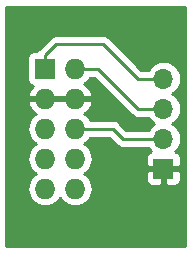
<source format=gbr>
G04 #@! TF.GenerationSoftware,KiCad,Pcbnew,5.1.4-e60b266~84~ubuntu18.04.1*
G04 #@! TF.CreationDate,2019-10-28T16:04:40+08:00*
G04 #@! TF.ProjectId,ST-Adapt,53542d41-6461-4707-942e-6b696361645f,rev?*
G04 #@! TF.SameCoordinates,Original*
G04 #@! TF.FileFunction,Copper,L2,Bot*
G04 #@! TF.FilePolarity,Positive*
%FSLAX46Y46*%
G04 Gerber Fmt 4.6, Leading zero omitted, Abs format (unit mm)*
G04 Created by KiCad (PCBNEW 5.1.4-e60b266~84~ubuntu18.04.1) date 2019-10-28 16:04:40*
%MOMM*%
%LPD*%
G04 APERTURE LIST*
%ADD10O,1.727200X1.727200*%
%ADD11R,1.727200X1.727200*%
%ADD12O,1.700000X1.700000*%
%ADD13R,1.700000X1.700000*%
%ADD14C,0.250000*%
%ADD15C,0.254000*%
G04 APERTURE END LIST*
D10*
X141115000Y-96676000D03*
X138575000Y-96676000D03*
X141115000Y-94136000D03*
X138575000Y-94136000D03*
X141115000Y-91596000D03*
X138575000Y-91596000D03*
X141115000Y-89056000D03*
X138575000Y-89056000D03*
X141115000Y-86516000D03*
D11*
X138575000Y-86516000D03*
D12*
X148590000Y-87376000D03*
X148590000Y-89916000D03*
X148590000Y-92456000D03*
D13*
X148590000Y-94996000D03*
D14*
X146431000Y-87376000D02*
X148590000Y-87376000D01*
X143510000Y-84455000D02*
X146431000Y-87376000D01*
X139522400Y-84455000D02*
X143510000Y-84455000D01*
X138575000Y-86516000D02*
X138575000Y-85402400D01*
X138575000Y-85402400D02*
X139522400Y-84455000D01*
X146431000Y-89916000D02*
X148590000Y-89916000D01*
X141115000Y-86516000D02*
X143031000Y-86516000D01*
X143031000Y-86516000D02*
X146431000Y-89916000D01*
X141115000Y-91596000D02*
X144301000Y-91596000D01*
X145161000Y-92456000D02*
X148590000Y-92456000D01*
X144301000Y-91596000D02*
X145161000Y-92456000D01*
D15*
G36*
X150470001Y-101575000D02*
G01*
X135280000Y-101575000D01*
X135280000Y-91596000D01*
X137069149Y-91596000D01*
X137098084Y-91889777D01*
X137183775Y-92172264D01*
X137322931Y-92432606D01*
X137510203Y-92660797D01*
X137738394Y-92848069D01*
X137771940Y-92866000D01*
X137738394Y-92883931D01*
X137510203Y-93071203D01*
X137322931Y-93299394D01*
X137183775Y-93559736D01*
X137098084Y-93842223D01*
X137069149Y-94136000D01*
X137098084Y-94429777D01*
X137183775Y-94712264D01*
X137322931Y-94972606D01*
X137510203Y-95200797D01*
X137738394Y-95388069D01*
X137771940Y-95406000D01*
X137738394Y-95423931D01*
X137510203Y-95611203D01*
X137322931Y-95839394D01*
X137183775Y-96099736D01*
X137098084Y-96382223D01*
X137069149Y-96676000D01*
X137098084Y-96969777D01*
X137183775Y-97252264D01*
X137322931Y-97512606D01*
X137510203Y-97740797D01*
X137738394Y-97928069D01*
X137998736Y-98067225D01*
X138281223Y-98152916D01*
X138501381Y-98174600D01*
X138648619Y-98174600D01*
X138868777Y-98152916D01*
X139151264Y-98067225D01*
X139411606Y-97928069D01*
X139639797Y-97740797D01*
X139827069Y-97512606D01*
X139845000Y-97479060D01*
X139862931Y-97512606D01*
X140050203Y-97740797D01*
X140278394Y-97928069D01*
X140538736Y-98067225D01*
X140821223Y-98152916D01*
X141041381Y-98174600D01*
X141188619Y-98174600D01*
X141408777Y-98152916D01*
X141691264Y-98067225D01*
X141951606Y-97928069D01*
X142179797Y-97740797D01*
X142367069Y-97512606D01*
X142506225Y-97252264D01*
X142591916Y-96969777D01*
X142620851Y-96676000D01*
X142591916Y-96382223D01*
X142506225Y-96099736D01*
X142370600Y-95846000D01*
X147101928Y-95846000D01*
X147114188Y-95970482D01*
X147150498Y-96090180D01*
X147209463Y-96200494D01*
X147288815Y-96297185D01*
X147385506Y-96376537D01*
X147495820Y-96435502D01*
X147615518Y-96471812D01*
X147740000Y-96484072D01*
X148304250Y-96481000D01*
X148463000Y-96322250D01*
X148463000Y-95123000D01*
X148717000Y-95123000D01*
X148717000Y-96322250D01*
X148875750Y-96481000D01*
X149440000Y-96484072D01*
X149564482Y-96471812D01*
X149684180Y-96435502D01*
X149794494Y-96376537D01*
X149891185Y-96297185D01*
X149970537Y-96200494D01*
X150029502Y-96090180D01*
X150065812Y-95970482D01*
X150078072Y-95846000D01*
X150075000Y-95281750D01*
X149916250Y-95123000D01*
X148717000Y-95123000D01*
X148463000Y-95123000D01*
X147263750Y-95123000D01*
X147105000Y-95281750D01*
X147101928Y-95846000D01*
X142370600Y-95846000D01*
X142367069Y-95839394D01*
X142179797Y-95611203D01*
X141951606Y-95423931D01*
X141918060Y-95406000D01*
X141951606Y-95388069D01*
X142179797Y-95200797D01*
X142367069Y-94972606D01*
X142506225Y-94712264D01*
X142591916Y-94429777D01*
X142620851Y-94136000D01*
X142591916Y-93842223D01*
X142506225Y-93559736D01*
X142367069Y-93299394D01*
X142179797Y-93071203D01*
X141951606Y-92883931D01*
X141918060Y-92866000D01*
X141951606Y-92848069D01*
X142179797Y-92660797D01*
X142367069Y-92432606D01*
X142408016Y-92356000D01*
X143986199Y-92356000D01*
X144597201Y-92967003D01*
X144620999Y-92996001D01*
X144736724Y-93090974D01*
X144868753Y-93161546D01*
X145012014Y-93205003D01*
X145123667Y-93216000D01*
X145123675Y-93216000D01*
X145161000Y-93219676D01*
X145198325Y-93216000D01*
X147312405Y-93216000D01*
X147349294Y-93285014D01*
X147534866Y-93511134D01*
X147564687Y-93535607D01*
X147495820Y-93556498D01*
X147385506Y-93615463D01*
X147288815Y-93694815D01*
X147209463Y-93791506D01*
X147150498Y-93901820D01*
X147114188Y-94021518D01*
X147101928Y-94146000D01*
X147105000Y-94710250D01*
X147263750Y-94869000D01*
X148463000Y-94869000D01*
X148463000Y-94849000D01*
X148717000Y-94849000D01*
X148717000Y-94869000D01*
X149916250Y-94869000D01*
X150075000Y-94710250D01*
X150078072Y-94146000D01*
X150065812Y-94021518D01*
X150029502Y-93901820D01*
X149970537Y-93791506D01*
X149891185Y-93694815D01*
X149794494Y-93615463D01*
X149684180Y-93556498D01*
X149615313Y-93535607D01*
X149645134Y-93511134D01*
X149830706Y-93285014D01*
X149968599Y-93027034D01*
X150053513Y-92747111D01*
X150082185Y-92456000D01*
X150053513Y-92164889D01*
X149968599Y-91884966D01*
X149830706Y-91626986D01*
X149645134Y-91400866D01*
X149419014Y-91215294D01*
X149364209Y-91186000D01*
X149419014Y-91156706D01*
X149645134Y-90971134D01*
X149830706Y-90745014D01*
X149968599Y-90487034D01*
X150053513Y-90207111D01*
X150082185Y-89916000D01*
X150053513Y-89624889D01*
X149968599Y-89344966D01*
X149830706Y-89086986D01*
X149645134Y-88860866D01*
X149419014Y-88675294D01*
X149364209Y-88646000D01*
X149419014Y-88616706D01*
X149645134Y-88431134D01*
X149830706Y-88205014D01*
X149968599Y-87947034D01*
X150053513Y-87667111D01*
X150082185Y-87376000D01*
X150053513Y-87084889D01*
X149968599Y-86804966D01*
X149830706Y-86546986D01*
X149645134Y-86320866D01*
X149419014Y-86135294D01*
X149161034Y-85997401D01*
X148881111Y-85912487D01*
X148662950Y-85891000D01*
X148517050Y-85891000D01*
X148298889Y-85912487D01*
X148018966Y-85997401D01*
X147760986Y-86135294D01*
X147534866Y-86320866D01*
X147349294Y-86546986D01*
X147312405Y-86616000D01*
X146745802Y-86616000D01*
X144073804Y-83944003D01*
X144050001Y-83914999D01*
X143934276Y-83820026D01*
X143802247Y-83749454D01*
X143658986Y-83705997D01*
X143547333Y-83695000D01*
X143547322Y-83695000D01*
X143510000Y-83691324D01*
X143472678Y-83695000D01*
X139559723Y-83695000D01*
X139522400Y-83691324D01*
X139485077Y-83695000D01*
X139485067Y-83695000D01*
X139373414Y-83705997D01*
X139230153Y-83749454D01*
X139098123Y-83820026D01*
X139014483Y-83888668D01*
X138982399Y-83914999D01*
X138958601Y-83943997D01*
X138063998Y-84838601D01*
X138035000Y-84862399D01*
X138011202Y-84891397D01*
X138011201Y-84891398D01*
X137940026Y-84978124D01*
X137920674Y-85014328D01*
X137711400Y-85014328D01*
X137586918Y-85026588D01*
X137467220Y-85062898D01*
X137356906Y-85121863D01*
X137260215Y-85201215D01*
X137180863Y-85297906D01*
X137121898Y-85408220D01*
X137085588Y-85527918D01*
X137073328Y-85652400D01*
X137073328Y-87379600D01*
X137085588Y-87504082D01*
X137121898Y-87623780D01*
X137180863Y-87734094D01*
X137260215Y-87830785D01*
X137356906Y-87910137D01*
X137467220Y-87969102D01*
X137531574Y-87988624D01*
X137468146Y-88045707D01*
X137292316Y-88281056D01*
X137165778Y-88546186D01*
X137120042Y-88696974D01*
X137241183Y-88929000D01*
X138448000Y-88929000D01*
X138448000Y-88909000D01*
X138702000Y-88909000D01*
X138702000Y-88929000D01*
X140988000Y-88929000D01*
X140988000Y-88909000D01*
X141242000Y-88909000D01*
X141242000Y-88929000D01*
X142448817Y-88929000D01*
X142569958Y-88696974D01*
X142524222Y-88546186D01*
X142397684Y-88281056D01*
X142221854Y-88045707D01*
X142003488Y-87849183D01*
X141907090Y-87791863D01*
X141951606Y-87768069D01*
X142179797Y-87580797D01*
X142367069Y-87352606D01*
X142408016Y-87276000D01*
X142716199Y-87276000D01*
X145867201Y-90427003D01*
X145890999Y-90456001D01*
X145919997Y-90479799D01*
X146006723Y-90550974D01*
X146138753Y-90621546D01*
X146282014Y-90665003D01*
X146393667Y-90676000D01*
X146393676Y-90676000D01*
X146430999Y-90679676D01*
X146468322Y-90676000D01*
X147312405Y-90676000D01*
X147349294Y-90745014D01*
X147534866Y-90971134D01*
X147760986Y-91156706D01*
X147815791Y-91186000D01*
X147760986Y-91215294D01*
X147534866Y-91400866D01*
X147349294Y-91626986D01*
X147312405Y-91696000D01*
X145475802Y-91696000D01*
X144864803Y-91085002D01*
X144841001Y-91055999D01*
X144725276Y-90961026D01*
X144593247Y-90890454D01*
X144449986Y-90846997D01*
X144338333Y-90836000D01*
X144338322Y-90836000D01*
X144301000Y-90832324D01*
X144263678Y-90836000D01*
X142408016Y-90836000D01*
X142367069Y-90759394D01*
X142179797Y-90531203D01*
X141951606Y-90343931D01*
X141907090Y-90320137D01*
X142003488Y-90262817D01*
X142221854Y-90066293D01*
X142397684Y-89830944D01*
X142524222Y-89565814D01*
X142569958Y-89415026D01*
X142448817Y-89183000D01*
X141242000Y-89183000D01*
X141242000Y-89203000D01*
X140988000Y-89203000D01*
X140988000Y-89183000D01*
X138702000Y-89183000D01*
X138702000Y-89203000D01*
X138448000Y-89203000D01*
X138448000Y-89183000D01*
X137241183Y-89183000D01*
X137120042Y-89415026D01*
X137165778Y-89565814D01*
X137292316Y-89830944D01*
X137468146Y-90066293D01*
X137686512Y-90262817D01*
X137782910Y-90320137D01*
X137738394Y-90343931D01*
X137510203Y-90531203D01*
X137322931Y-90759394D01*
X137183775Y-91019736D01*
X137098084Y-91302223D01*
X137069149Y-91596000D01*
X135280000Y-91596000D01*
X135280000Y-81305000D01*
X150470000Y-81305000D01*
X150470001Y-101575000D01*
X150470001Y-101575000D01*
G37*
X150470001Y-101575000D02*
X135280000Y-101575000D01*
X135280000Y-91596000D01*
X137069149Y-91596000D01*
X137098084Y-91889777D01*
X137183775Y-92172264D01*
X137322931Y-92432606D01*
X137510203Y-92660797D01*
X137738394Y-92848069D01*
X137771940Y-92866000D01*
X137738394Y-92883931D01*
X137510203Y-93071203D01*
X137322931Y-93299394D01*
X137183775Y-93559736D01*
X137098084Y-93842223D01*
X137069149Y-94136000D01*
X137098084Y-94429777D01*
X137183775Y-94712264D01*
X137322931Y-94972606D01*
X137510203Y-95200797D01*
X137738394Y-95388069D01*
X137771940Y-95406000D01*
X137738394Y-95423931D01*
X137510203Y-95611203D01*
X137322931Y-95839394D01*
X137183775Y-96099736D01*
X137098084Y-96382223D01*
X137069149Y-96676000D01*
X137098084Y-96969777D01*
X137183775Y-97252264D01*
X137322931Y-97512606D01*
X137510203Y-97740797D01*
X137738394Y-97928069D01*
X137998736Y-98067225D01*
X138281223Y-98152916D01*
X138501381Y-98174600D01*
X138648619Y-98174600D01*
X138868777Y-98152916D01*
X139151264Y-98067225D01*
X139411606Y-97928069D01*
X139639797Y-97740797D01*
X139827069Y-97512606D01*
X139845000Y-97479060D01*
X139862931Y-97512606D01*
X140050203Y-97740797D01*
X140278394Y-97928069D01*
X140538736Y-98067225D01*
X140821223Y-98152916D01*
X141041381Y-98174600D01*
X141188619Y-98174600D01*
X141408777Y-98152916D01*
X141691264Y-98067225D01*
X141951606Y-97928069D01*
X142179797Y-97740797D01*
X142367069Y-97512606D01*
X142506225Y-97252264D01*
X142591916Y-96969777D01*
X142620851Y-96676000D01*
X142591916Y-96382223D01*
X142506225Y-96099736D01*
X142370600Y-95846000D01*
X147101928Y-95846000D01*
X147114188Y-95970482D01*
X147150498Y-96090180D01*
X147209463Y-96200494D01*
X147288815Y-96297185D01*
X147385506Y-96376537D01*
X147495820Y-96435502D01*
X147615518Y-96471812D01*
X147740000Y-96484072D01*
X148304250Y-96481000D01*
X148463000Y-96322250D01*
X148463000Y-95123000D01*
X148717000Y-95123000D01*
X148717000Y-96322250D01*
X148875750Y-96481000D01*
X149440000Y-96484072D01*
X149564482Y-96471812D01*
X149684180Y-96435502D01*
X149794494Y-96376537D01*
X149891185Y-96297185D01*
X149970537Y-96200494D01*
X150029502Y-96090180D01*
X150065812Y-95970482D01*
X150078072Y-95846000D01*
X150075000Y-95281750D01*
X149916250Y-95123000D01*
X148717000Y-95123000D01*
X148463000Y-95123000D01*
X147263750Y-95123000D01*
X147105000Y-95281750D01*
X147101928Y-95846000D01*
X142370600Y-95846000D01*
X142367069Y-95839394D01*
X142179797Y-95611203D01*
X141951606Y-95423931D01*
X141918060Y-95406000D01*
X141951606Y-95388069D01*
X142179797Y-95200797D01*
X142367069Y-94972606D01*
X142506225Y-94712264D01*
X142591916Y-94429777D01*
X142620851Y-94136000D01*
X142591916Y-93842223D01*
X142506225Y-93559736D01*
X142367069Y-93299394D01*
X142179797Y-93071203D01*
X141951606Y-92883931D01*
X141918060Y-92866000D01*
X141951606Y-92848069D01*
X142179797Y-92660797D01*
X142367069Y-92432606D01*
X142408016Y-92356000D01*
X143986199Y-92356000D01*
X144597201Y-92967003D01*
X144620999Y-92996001D01*
X144736724Y-93090974D01*
X144868753Y-93161546D01*
X145012014Y-93205003D01*
X145123667Y-93216000D01*
X145123675Y-93216000D01*
X145161000Y-93219676D01*
X145198325Y-93216000D01*
X147312405Y-93216000D01*
X147349294Y-93285014D01*
X147534866Y-93511134D01*
X147564687Y-93535607D01*
X147495820Y-93556498D01*
X147385506Y-93615463D01*
X147288815Y-93694815D01*
X147209463Y-93791506D01*
X147150498Y-93901820D01*
X147114188Y-94021518D01*
X147101928Y-94146000D01*
X147105000Y-94710250D01*
X147263750Y-94869000D01*
X148463000Y-94869000D01*
X148463000Y-94849000D01*
X148717000Y-94849000D01*
X148717000Y-94869000D01*
X149916250Y-94869000D01*
X150075000Y-94710250D01*
X150078072Y-94146000D01*
X150065812Y-94021518D01*
X150029502Y-93901820D01*
X149970537Y-93791506D01*
X149891185Y-93694815D01*
X149794494Y-93615463D01*
X149684180Y-93556498D01*
X149615313Y-93535607D01*
X149645134Y-93511134D01*
X149830706Y-93285014D01*
X149968599Y-93027034D01*
X150053513Y-92747111D01*
X150082185Y-92456000D01*
X150053513Y-92164889D01*
X149968599Y-91884966D01*
X149830706Y-91626986D01*
X149645134Y-91400866D01*
X149419014Y-91215294D01*
X149364209Y-91186000D01*
X149419014Y-91156706D01*
X149645134Y-90971134D01*
X149830706Y-90745014D01*
X149968599Y-90487034D01*
X150053513Y-90207111D01*
X150082185Y-89916000D01*
X150053513Y-89624889D01*
X149968599Y-89344966D01*
X149830706Y-89086986D01*
X149645134Y-88860866D01*
X149419014Y-88675294D01*
X149364209Y-88646000D01*
X149419014Y-88616706D01*
X149645134Y-88431134D01*
X149830706Y-88205014D01*
X149968599Y-87947034D01*
X150053513Y-87667111D01*
X150082185Y-87376000D01*
X150053513Y-87084889D01*
X149968599Y-86804966D01*
X149830706Y-86546986D01*
X149645134Y-86320866D01*
X149419014Y-86135294D01*
X149161034Y-85997401D01*
X148881111Y-85912487D01*
X148662950Y-85891000D01*
X148517050Y-85891000D01*
X148298889Y-85912487D01*
X148018966Y-85997401D01*
X147760986Y-86135294D01*
X147534866Y-86320866D01*
X147349294Y-86546986D01*
X147312405Y-86616000D01*
X146745802Y-86616000D01*
X144073804Y-83944003D01*
X144050001Y-83914999D01*
X143934276Y-83820026D01*
X143802247Y-83749454D01*
X143658986Y-83705997D01*
X143547333Y-83695000D01*
X143547322Y-83695000D01*
X143510000Y-83691324D01*
X143472678Y-83695000D01*
X139559723Y-83695000D01*
X139522400Y-83691324D01*
X139485077Y-83695000D01*
X139485067Y-83695000D01*
X139373414Y-83705997D01*
X139230153Y-83749454D01*
X139098123Y-83820026D01*
X139014483Y-83888668D01*
X138982399Y-83914999D01*
X138958601Y-83943997D01*
X138063998Y-84838601D01*
X138035000Y-84862399D01*
X138011202Y-84891397D01*
X138011201Y-84891398D01*
X137940026Y-84978124D01*
X137920674Y-85014328D01*
X137711400Y-85014328D01*
X137586918Y-85026588D01*
X137467220Y-85062898D01*
X137356906Y-85121863D01*
X137260215Y-85201215D01*
X137180863Y-85297906D01*
X137121898Y-85408220D01*
X137085588Y-85527918D01*
X137073328Y-85652400D01*
X137073328Y-87379600D01*
X137085588Y-87504082D01*
X137121898Y-87623780D01*
X137180863Y-87734094D01*
X137260215Y-87830785D01*
X137356906Y-87910137D01*
X137467220Y-87969102D01*
X137531574Y-87988624D01*
X137468146Y-88045707D01*
X137292316Y-88281056D01*
X137165778Y-88546186D01*
X137120042Y-88696974D01*
X137241183Y-88929000D01*
X138448000Y-88929000D01*
X138448000Y-88909000D01*
X138702000Y-88909000D01*
X138702000Y-88929000D01*
X140988000Y-88929000D01*
X140988000Y-88909000D01*
X141242000Y-88909000D01*
X141242000Y-88929000D01*
X142448817Y-88929000D01*
X142569958Y-88696974D01*
X142524222Y-88546186D01*
X142397684Y-88281056D01*
X142221854Y-88045707D01*
X142003488Y-87849183D01*
X141907090Y-87791863D01*
X141951606Y-87768069D01*
X142179797Y-87580797D01*
X142367069Y-87352606D01*
X142408016Y-87276000D01*
X142716199Y-87276000D01*
X145867201Y-90427003D01*
X145890999Y-90456001D01*
X145919997Y-90479799D01*
X146006723Y-90550974D01*
X146138753Y-90621546D01*
X146282014Y-90665003D01*
X146393667Y-90676000D01*
X146393676Y-90676000D01*
X146430999Y-90679676D01*
X146468322Y-90676000D01*
X147312405Y-90676000D01*
X147349294Y-90745014D01*
X147534866Y-90971134D01*
X147760986Y-91156706D01*
X147815791Y-91186000D01*
X147760986Y-91215294D01*
X147534866Y-91400866D01*
X147349294Y-91626986D01*
X147312405Y-91696000D01*
X145475802Y-91696000D01*
X144864803Y-91085002D01*
X144841001Y-91055999D01*
X144725276Y-90961026D01*
X144593247Y-90890454D01*
X144449986Y-90846997D01*
X144338333Y-90836000D01*
X144338322Y-90836000D01*
X144301000Y-90832324D01*
X144263678Y-90836000D01*
X142408016Y-90836000D01*
X142367069Y-90759394D01*
X142179797Y-90531203D01*
X141951606Y-90343931D01*
X141907090Y-90320137D01*
X142003488Y-90262817D01*
X142221854Y-90066293D01*
X142397684Y-89830944D01*
X142524222Y-89565814D01*
X142569958Y-89415026D01*
X142448817Y-89183000D01*
X141242000Y-89183000D01*
X141242000Y-89203000D01*
X140988000Y-89203000D01*
X140988000Y-89183000D01*
X138702000Y-89183000D01*
X138702000Y-89203000D01*
X138448000Y-89203000D01*
X138448000Y-89183000D01*
X137241183Y-89183000D01*
X137120042Y-89415026D01*
X137165778Y-89565814D01*
X137292316Y-89830944D01*
X137468146Y-90066293D01*
X137686512Y-90262817D01*
X137782910Y-90320137D01*
X137738394Y-90343931D01*
X137510203Y-90531203D01*
X137322931Y-90759394D01*
X137183775Y-91019736D01*
X137098084Y-91302223D01*
X137069149Y-91596000D01*
X135280000Y-91596000D01*
X135280000Y-81305000D01*
X150470000Y-81305000D01*
X150470001Y-101575000D01*
G36*
X150470001Y-101575000D02*
G01*
X135280000Y-101575000D01*
X135280000Y-91596000D01*
X137069149Y-91596000D01*
X137098084Y-91889777D01*
X137183775Y-92172264D01*
X137322931Y-92432606D01*
X137510203Y-92660797D01*
X137738394Y-92848069D01*
X137771940Y-92866000D01*
X137738394Y-92883931D01*
X137510203Y-93071203D01*
X137322931Y-93299394D01*
X137183775Y-93559736D01*
X137098084Y-93842223D01*
X137069149Y-94136000D01*
X137098084Y-94429777D01*
X137183775Y-94712264D01*
X137322931Y-94972606D01*
X137510203Y-95200797D01*
X137738394Y-95388069D01*
X137771940Y-95406000D01*
X137738394Y-95423931D01*
X137510203Y-95611203D01*
X137322931Y-95839394D01*
X137183775Y-96099736D01*
X137098084Y-96382223D01*
X137069149Y-96676000D01*
X137098084Y-96969777D01*
X137183775Y-97252264D01*
X137322931Y-97512606D01*
X137510203Y-97740797D01*
X137738394Y-97928069D01*
X137998736Y-98067225D01*
X138281223Y-98152916D01*
X138501381Y-98174600D01*
X138648619Y-98174600D01*
X138868777Y-98152916D01*
X139151264Y-98067225D01*
X139411606Y-97928069D01*
X139639797Y-97740797D01*
X139827069Y-97512606D01*
X139845000Y-97479060D01*
X139862931Y-97512606D01*
X140050203Y-97740797D01*
X140278394Y-97928069D01*
X140538736Y-98067225D01*
X140821223Y-98152916D01*
X141041381Y-98174600D01*
X141188619Y-98174600D01*
X141408777Y-98152916D01*
X141691264Y-98067225D01*
X141951606Y-97928069D01*
X142179797Y-97740797D01*
X142367069Y-97512606D01*
X142506225Y-97252264D01*
X142591916Y-96969777D01*
X142620851Y-96676000D01*
X142591916Y-96382223D01*
X142506225Y-96099736D01*
X142370600Y-95846000D01*
X147101928Y-95846000D01*
X147114188Y-95970482D01*
X147150498Y-96090180D01*
X147209463Y-96200494D01*
X147288815Y-96297185D01*
X147385506Y-96376537D01*
X147495820Y-96435502D01*
X147615518Y-96471812D01*
X147740000Y-96484072D01*
X148304250Y-96481000D01*
X148463000Y-96322250D01*
X148463000Y-95123000D01*
X148717000Y-95123000D01*
X148717000Y-96322250D01*
X148875750Y-96481000D01*
X149440000Y-96484072D01*
X149564482Y-96471812D01*
X149684180Y-96435502D01*
X149794494Y-96376537D01*
X149891185Y-96297185D01*
X149970537Y-96200494D01*
X150029502Y-96090180D01*
X150065812Y-95970482D01*
X150078072Y-95846000D01*
X150075000Y-95281750D01*
X149916250Y-95123000D01*
X148717000Y-95123000D01*
X148463000Y-95123000D01*
X147263750Y-95123000D01*
X147105000Y-95281750D01*
X147101928Y-95846000D01*
X142370600Y-95846000D01*
X142367069Y-95839394D01*
X142179797Y-95611203D01*
X141951606Y-95423931D01*
X141918060Y-95406000D01*
X141951606Y-95388069D01*
X142179797Y-95200797D01*
X142367069Y-94972606D01*
X142506225Y-94712264D01*
X142591916Y-94429777D01*
X142620851Y-94136000D01*
X142591916Y-93842223D01*
X142506225Y-93559736D01*
X142367069Y-93299394D01*
X142179797Y-93071203D01*
X141951606Y-92883931D01*
X141918060Y-92866000D01*
X141951606Y-92848069D01*
X142179797Y-92660797D01*
X142367069Y-92432606D01*
X142408016Y-92356000D01*
X143986199Y-92356000D01*
X144597201Y-92967003D01*
X144620999Y-92996001D01*
X144736724Y-93090974D01*
X144868753Y-93161546D01*
X145012014Y-93205003D01*
X145123667Y-93216000D01*
X145123675Y-93216000D01*
X145161000Y-93219676D01*
X145198325Y-93216000D01*
X147312405Y-93216000D01*
X147349294Y-93285014D01*
X147534866Y-93511134D01*
X147564687Y-93535607D01*
X147495820Y-93556498D01*
X147385506Y-93615463D01*
X147288815Y-93694815D01*
X147209463Y-93791506D01*
X147150498Y-93901820D01*
X147114188Y-94021518D01*
X147101928Y-94146000D01*
X147105000Y-94710250D01*
X147263750Y-94869000D01*
X148463000Y-94869000D01*
X148463000Y-94849000D01*
X148717000Y-94849000D01*
X148717000Y-94869000D01*
X149916250Y-94869000D01*
X150075000Y-94710250D01*
X150078072Y-94146000D01*
X150065812Y-94021518D01*
X150029502Y-93901820D01*
X149970537Y-93791506D01*
X149891185Y-93694815D01*
X149794494Y-93615463D01*
X149684180Y-93556498D01*
X149615313Y-93535607D01*
X149645134Y-93511134D01*
X149830706Y-93285014D01*
X149968599Y-93027034D01*
X150053513Y-92747111D01*
X150082185Y-92456000D01*
X150053513Y-92164889D01*
X149968599Y-91884966D01*
X149830706Y-91626986D01*
X149645134Y-91400866D01*
X149419014Y-91215294D01*
X149364209Y-91186000D01*
X149419014Y-91156706D01*
X149645134Y-90971134D01*
X149830706Y-90745014D01*
X149968599Y-90487034D01*
X150053513Y-90207111D01*
X150082185Y-89916000D01*
X150053513Y-89624889D01*
X149968599Y-89344966D01*
X149830706Y-89086986D01*
X149645134Y-88860866D01*
X149419014Y-88675294D01*
X149364209Y-88646000D01*
X149419014Y-88616706D01*
X149645134Y-88431134D01*
X149830706Y-88205014D01*
X149968599Y-87947034D01*
X150053513Y-87667111D01*
X150082185Y-87376000D01*
X150053513Y-87084889D01*
X149968599Y-86804966D01*
X149830706Y-86546986D01*
X149645134Y-86320866D01*
X149419014Y-86135294D01*
X149161034Y-85997401D01*
X148881111Y-85912487D01*
X148662950Y-85891000D01*
X148517050Y-85891000D01*
X148298889Y-85912487D01*
X148018966Y-85997401D01*
X147760986Y-86135294D01*
X147534866Y-86320866D01*
X147349294Y-86546986D01*
X147312405Y-86616000D01*
X146745802Y-86616000D01*
X144073804Y-83944003D01*
X144050001Y-83914999D01*
X143934276Y-83820026D01*
X143802247Y-83749454D01*
X143658986Y-83705997D01*
X143547333Y-83695000D01*
X143547322Y-83695000D01*
X143510000Y-83691324D01*
X143472678Y-83695000D01*
X139559723Y-83695000D01*
X139522400Y-83691324D01*
X139485077Y-83695000D01*
X139485067Y-83695000D01*
X139373414Y-83705997D01*
X139230153Y-83749454D01*
X139098123Y-83820026D01*
X139014483Y-83888668D01*
X138982399Y-83914999D01*
X138958601Y-83943997D01*
X138063998Y-84838601D01*
X138035000Y-84862399D01*
X138011202Y-84891397D01*
X138011201Y-84891398D01*
X137940026Y-84978124D01*
X137920674Y-85014328D01*
X137711400Y-85014328D01*
X137586918Y-85026588D01*
X137467220Y-85062898D01*
X137356906Y-85121863D01*
X137260215Y-85201215D01*
X137180863Y-85297906D01*
X137121898Y-85408220D01*
X137085588Y-85527918D01*
X137073328Y-85652400D01*
X137073328Y-87379600D01*
X137085588Y-87504082D01*
X137121898Y-87623780D01*
X137180863Y-87734094D01*
X137260215Y-87830785D01*
X137356906Y-87910137D01*
X137467220Y-87969102D01*
X137531574Y-87988624D01*
X137468146Y-88045707D01*
X137292316Y-88281056D01*
X137165778Y-88546186D01*
X137120042Y-88696974D01*
X137241183Y-88929000D01*
X138448000Y-88929000D01*
X138448000Y-88909000D01*
X138702000Y-88909000D01*
X138702000Y-88929000D01*
X140988000Y-88929000D01*
X140988000Y-88909000D01*
X141242000Y-88909000D01*
X141242000Y-88929000D01*
X142448817Y-88929000D01*
X142569958Y-88696974D01*
X142524222Y-88546186D01*
X142397684Y-88281056D01*
X142221854Y-88045707D01*
X142003488Y-87849183D01*
X141907090Y-87791863D01*
X141951606Y-87768069D01*
X142179797Y-87580797D01*
X142367069Y-87352606D01*
X142408016Y-87276000D01*
X142716199Y-87276000D01*
X145867201Y-90427003D01*
X145890999Y-90456001D01*
X145919997Y-90479799D01*
X146006723Y-90550974D01*
X146138753Y-90621546D01*
X146282014Y-90665003D01*
X146393667Y-90676000D01*
X146393676Y-90676000D01*
X146430999Y-90679676D01*
X146468322Y-90676000D01*
X147312405Y-90676000D01*
X147349294Y-90745014D01*
X147534866Y-90971134D01*
X147760986Y-91156706D01*
X147815791Y-91186000D01*
X147760986Y-91215294D01*
X147534866Y-91400866D01*
X147349294Y-91626986D01*
X147312405Y-91696000D01*
X145475802Y-91696000D01*
X144864803Y-91085002D01*
X144841001Y-91055999D01*
X144725276Y-90961026D01*
X144593247Y-90890454D01*
X144449986Y-90846997D01*
X144338333Y-90836000D01*
X144338322Y-90836000D01*
X144301000Y-90832324D01*
X144263678Y-90836000D01*
X142408016Y-90836000D01*
X142367069Y-90759394D01*
X142179797Y-90531203D01*
X141951606Y-90343931D01*
X141907090Y-90320137D01*
X142003488Y-90262817D01*
X142221854Y-90066293D01*
X142397684Y-89830944D01*
X142524222Y-89565814D01*
X142569958Y-89415026D01*
X142448817Y-89183000D01*
X141242000Y-89183000D01*
X141242000Y-89203000D01*
X140988000Y-89203000D01*
X140988000Y-89183000D01*
X138702000Y-89183000D01*
X138702000Y-89203000D01*
X138448000Y-89203000D01*
X138448000Y-89183000D01*
X137241183Y-89183000D01*
X137120042Y-89415026D01*
X137165778Y-89565814D01*
X137292316Y-89830944D01*
X137468146Y-90066293D01*
X137686512Y-90262817D01*
X137782910Y-90320137D01*
X137738394Y-90343931D01*
X137510203Y-90531203D01*
X137322931Y-90759394D01*
X137183775Y-91019736D01*
X137098084Y-91302223D01*
X137069149Y-91596000D01*
X135280000Y-91596000D01*
X135280000Y-81305000D01*
X150470000Y-81305000D01*
X150470001Y-101575000D01*
X150470001Y-101575000D01*
G37*
X150470001Y-101575000D02*
X135280000Y-101575000D01*
X135280000Y-91596000D01*
X137069149Y-91596000D01*
X137098084Y-91889777D01*
X137183775Y-92172264D01*
X137322931Y-92432606D01*
X137510203Y-92660797D01*
X137738394Y-92848069D01*
X137771940Y-92866000D01*
X137738394Y-92883931D01*
X137510203Y-93071203D01*
X137322931Y-93299394D01*
X137183775Y-93559736D01*
X137098084Y-93842223D01*
X137069149Y-94136000D01*
X137098084Y-94429777D01*
X137183775Y-94712264D01*
X137322931Y-94972606D01*
X137510203Y-95200797D01*
X137738394Y-95388069D01*
X137771940Y-95406000D01*
X137738394Y-95423931D01*
X137510203Y-95611203D01*
X137322931Y-95839394D01*
X137183775Y-96099736D01*
X137098084Y-96382223D01*
X137069149Y-96676000D01*
X137098084Y-96969777D01*
X137183775Y-97252264D01*
X137322931Y-97512606D01*
X137510203Y-97740797D01*
X137738394Y-97928069D01*
X137998736Y-98067225D01*
X138281223Y-98152916D01*
X138501381Y-98174600D01*
X138648619Y-98174600D01*
X138868777Y-98152916D01*
X139151264Y-98067225D01*
X139411606Y-97928069D01*
X139639797Y-97740797D01*
X139827069Y-97512606D01*
X139845000Y-97479060D01*
X139862931Y-97512606D01*
X140050203Y-97740797D01*
X140278394Y-97928069D01*
X140538736Y-98067225D01*
X140821223Y-98152916D01*
X141041381Y-98174600D01*
X141188619Y-98174600D01*
X141408777Y-98152916D01*
X141691264Y-98067225D01*
X141951606Y-97928069D01*
X142179797Y-97740797D01*
X142367069Y-97512606D01*
X142506225Y-97252264D01*
X142591916Y-96969777D01*
X142620851Y-96676000D01*
X142591916Y-96382223D01*
X142506225Y-96099736D01*
X142370600Y-95846000D01*
X147101928Y-95846000D01*
X147114188Y-95970482D01*
X147150498Y-96090180D01*
X147209463Y-96200494D01*
X147288815Y-96297185D01*
X147385506Y-96376537D01*
X147495820Y-96435502D01*
X147615518Y-96471812D01*
X147740000Y-96484072D01*
X148304250Y-96481000D01*
X148463000Y-96322250D01*
X148463000Y-95123000D01*
X148717000Y-95123000D01*
X148717000Y-96322250D01*
X148875750Y-96481000D01*
X149440000Y-96484072D01*
X149564482Y-96471812D01*
X149684180Y-96435502D01*
X149794494Y-96376537D01*
X149891185Y-96297185D01*
X149970537Y-96200494D01*
X150029502Y-96090180D01*
X150065812Y-95970482D01*
X150078072Y-95846000D01*
X150075000Y-95281750D01*
X149916250Y-95123000D01*
X148717000Y-95123000D01*
X148463000Y-95123000D01*
X147263750Y-95123000D01*
X147105000Y-95281750D01*
X147101928Y-95846000D01*
X142370600Y-95846000D01*
X142367069Y-95839394D01*
X142179797Y-95611203D01*
X141951606Y-95423931D01*
X141918060Y-95406000D01*
X141951606Y-95388069D01*
X142179797Y-95200797D01*
X142367069Y-94972606D01*
X142506225Y-94712264D01*
X142591916Y-94429777D01*
X142620851Y-94136000D01*
X142591916Y-93842223D01*
X142506225Y-93559736D01*
X142367069Y-93299394D01*
X142179797Y-93071203D01*
X141951606Y-92883931D01*
X141918060Y-92866000D01*
X141951606Y-92848069D01*
X142179797Y-92660797D01*
X142367069Y-92432606D01*
X142408016Y-92356000D01*
X143986199Y-92356000D01*
X144597201Y-92967003D01*
X144620999Y-92996001D01*
X144736724Y-93090974D01*
X144868753Y-93161546D01*
X145012014Y-93205003D01*
X145123667Y-93216000D01*
X145123675Y-93216000D01*
X145161000Y-93219676D01*
X145198325Y-93216000D01*
X147312405Y-93216000D01*
X147349294Y-93285014D01*
X147534866Y-93511134D01*
X147564687Y-93535607D01*
X147495820Y-93556498D01*
X147385506Y-93615463D01*
X147288815Y-93694815D01*
X147209463Y-93791506D01*
X147150498Y-93901820D01*
X147114188Y-94021518D01*
X147101928Y-94146000D01*
X147105000Y-94710250D01*
X147263750Y-94869000D01*
X148463000Y-94869000D01*
X148463000Y-94849000D01*
X148717000Y-94849000D01*
X148717000Y-94869000D01*
X149916250Y-94869000D01*
X150075000Y-94710250D01*
X150078072Y-94146000D01*
X150065812Y-94021518D01*
X150029502Y-93901820D01*
X149970537Y-93791506D01*
X149891185Y-93694815D01*
X149794494Y-93615463D01*
X149684180Y-93556498D01*
X149615313Y-93535607D01*
X149645134Y-93511134D01*
X149830706Y-93285014D01*
X149968599Y-93027034D01*
X150053513Y-92747111D01*
X150082185Y-92456000D01*
X150053513Y-92164889D01*
X149968599Y-91884966D01*
X149830706Y-91626986D01*
X149645134Y-91400866D01*
X149419014Y-91215294D01*
X149364209Y-91186000D01*
X149419014Y-91156706D01*
X149645134Y-90971134D01*
X149830706Y-90745014D01*
X149968599Y-90487034D01*
X150053513Y-90207111D01*
X150082185Y-89916000D01*
X150053513Y-89624889D01*
X149968599Y-89344966D01*
X149830706Y-89086986D01*
X149645134Y-88860866D01*
X149419014Y-88675294D01*
X149364209Y-88646000D01*
X149419014Y-88616706D01*
X149645134Y-88431134D01*
X149830706Y-88205014D01*
X149968599Y-87947034D01*
X150053513Y-87667111D01*
X150082185Y-87376000D01*
X150053513Y-87084889D01*
X149968599Y-86804966D01*
X149830706Y-86546986D01*
X149645134Y-86320866D01*
X149419014Y-86135294D01*
X149161034Y-85997401D01*
X148881111Y-85912487D01*
X148662950Y-85891000D01*
X148517050Y-85891000D01*
X148298889Y-85912487D01*
X148018966Y-85997401D01*
X147760986Y-86135294D01*
X147534866Y-86320866D01*
X147349294Y-86546986D01*
X147312405Y-86616000D01*
X146745802Y-86616000D01*
X144073804Y-83944003D01*
X144050001Y-83914999D01*
X143934276Y-83820026D01*
X143802247Y-83749454D01*
X143658986Y-83705997D01*
X143547333Y-83695000D01*
X143547322Y-83695000D01*
X143510000Y-83691324D01*
X143472678Y-83695000D01*
X139559723Y-83695000D01*
X139522400Y-83691324D01*
X139485077Y-83695000D01*
X139485067Y-83695000D01*
X139373414Y-83705997D01*
X139230153Y-83749454D01*
X139098123Y-83820026D01*
X139014483Y-83888668D01*
X138982399Y-83914999D01*
X138958601Y-83943997D01*
X138063998Y-84838601D01*
X138035000Y-84862399D01*
X138011202Y-84891397D01*
X138011201Y-84891398D01*
X137940026Y-84978124D01*
X137920674Y-85014328D01*
X137711400Y-85014328D01*
X137586918Y-85026588D01*
X137467220Y-85062898D01*
X137356906Y-85121863D01*
X137260215Y-85201215D01*
X137180863Y-85297906D01*
X137121898Y-85408220D01*
X137085588Y-85527918D01*
X137073328Y-85652400D01*
X137073328Y-87379600D01*
X137085588Y-87504082D01*
X137121898Y-87623780D01*
X137180863Y-87734094D01*
X137260215Y-87830785D01*
X137356906Y-87910137D01*
X137467220Y-87969102D01*
X137531574Y-87988624D01*
X137468146Y-88045707D01*
X137292316Y-88281056D01*
X137165778Y-88546186D01*
X137120042Y-88696974D01*
X137241183Y-88929000D01*
X138448000Y-88929000D01*
X138448000Y-88909000D01*
X138702000Y-88909000D01*
X138702000Y-88929000D01*
X140988000Y-88929000D01*
X140988000Y-88909000D01*
X141242000Y-88909000D01*
X141242000Y-88929000D01*
X142448817Y-88929000D01*
X142569958Y-88696974D01*
X142524222Y-88546186D01*
X142397684Y-88281056D01*
X142221854Y-88045707D01*
X142003488Y-87849183D01*
X141907090Y-87791863D01*
X141951606Y-87768069D01*
X142179797Y-87580797D01*
X142367069Y-87352606D01*
X142408016Y-87276000D01*
X142716199Y-87276000D01*
X145867201Y-90427003D01*
X145890999Y-90456001D01*
X145919997Y-90479799D01*
X146006723Y-90550974D01*
X146138753Y-90621546D01*
X146282014Y-90665003D01*
X146393667Y-90676000D01*
X146393676Y-90676000D01*
X146430999Y-90679676D01*
X146468322Y-90676000D01*
X147312405Y-90676000D01*
X147349294Y-90745014D01*
X147534866Y-90971134D01*
X147760986Y-91156706D01*
X147815791Y-91186000D01*
X147760986Y-91215294D01*
X147534866Y-91400866D01*
X147349294Y-91626986D01*
X147312405Y-91696000D01*
X145475802Y-91696000D01*
X144864803Y-91085002D01*
X144841001Y-91055999D01*
X144725276Y-90961026D01*
X144593247Y-90890454D01*
X144449986Y-90846997D01*
X144338333Y-90836000D01*
X144338322Y-90836000D01*
X144301000Y-90832324D01*
X144263678Y-90836000D01*
X142408016Y-90836000D01*
X142367069Y-90759394D01*
X142179797Y-90531203D01*
X141951606Y-90343931D01*
X141907090Y-90320137D01*
X142003488Y-90262817D01*
X142221854Y-90066293D01*
X142397684Y-89830944D01*
X142524222Y-89565814D01*
X142569958Y-89415026D01*
X142448817Y-89183000D01*
X141242000Y-89183000D01*
X141242000Y-89203000D01*
X140988000Y-89203000D01*
X140988000Y-89183000D01*
X138702000Y-89183000D01*
X138702000Y-89203000D01*
X138448000Y-89203000D01*
X138448000Y-89183000D01*
X137241183Y-89183000D01*
X137120042Y-89415026D01*
X137165778Y-89565814D01*
X137292316Y-89830944D01*
X137468146Y-90066293D01*
X137686512Y-90262817D01*
X137782910Y-90320137D01*
X137738394Y-90343931D01*
X137510203Y-90531203D01*
X137322931Y-90759394D01*
X137183775Y-91019736D01*
X137098084Y-91302223D01*
X137069149Y-91596000D01*
X135280000Y-91596000D01*
X135280000Y-81305000D01*
X150470000Y-81305000D01*
X150470001Y-101575000D01*
M02*

</source>
